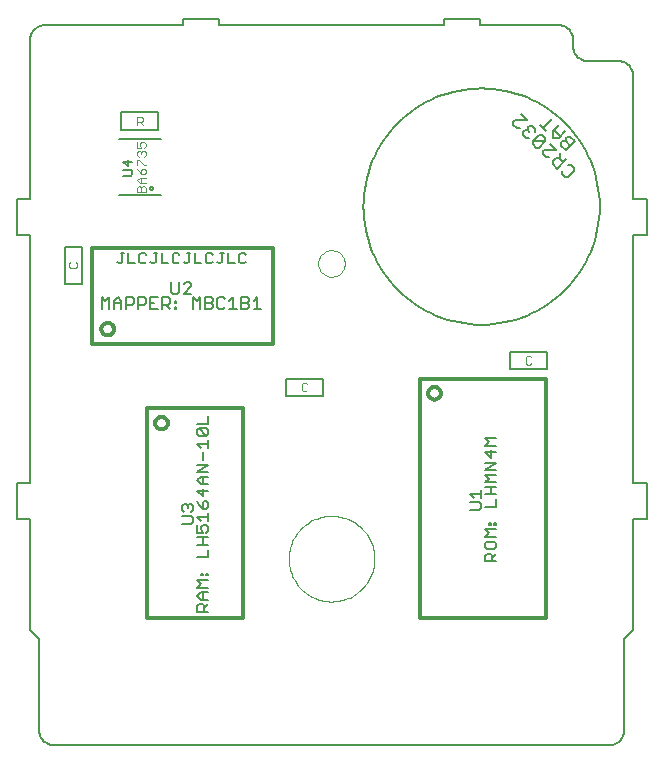
<source format=gto>
G75*
G70*
%OFA0B0*%
%FSLAX24Y24*%
%IPPOS*%
%LPD*%
%AMOC8*
5,1,8,0,0,1.08239X$1,22.5*
%
%ADD10C,0.0070*%
%ADD11C,0.0050*%
%ADD12C,0.0040*%
%ADD13C,0.0060*%
%ADD14C,0.0000*%
%ADD15C,0.0120*%
%ADD16C,0.0080*%
D10*
X017767Y020520D02*
X017869Y020520D01*
X017767Y020520D02*
X017666Y020621D01*
X017666Y020722D01*
X017717Y020773D01*
X018122Y020773D01*
X017919Y020976D01*
X017746Y021048D02*
X017746Y021149D01*
X017645Y021251D01*
X017543Y021251D01*
X017340Y021048D01*
X017746Y021048D01*
X017543Y020845D01*
X017442Y020845D01*
X017340Y020947D01*
X017340Y021048D01*
X017218Y021171D02*
X017116Y021171D01*
X017015Y021272D01*
X017015Y021374D01*
X017066Y021424D01*
X017167Y021424D01*
X017167Y021526D01*
X017218Y021576D01*
X017319Y021576D01*
X017421Y021475D01*
X017421Y021374D01*
X017218Y021374D02*
X017167Y021424D01*
X016892Y021496D02*
X016791Y021496D01*
X016689Y021598D01*
X016689Y021699D01*
X016740Y021750D01*
X017146Y021750D01*
X016943Y021953D01*
X017570Y021604D02*
X017773Y021401D01*
X017672Y021502D02*
X017976Y021806D01*
X018200Y021582D02*
X017997Y021380D01*
X017997Y021177D01*
X018200Y021177D01*
X018403Y021380D01*
X018475Y021206D02*
X018577Y021206D01*
X018729Y021054D01*
X018424Y020750D01*
X018272Y020902D01*
X018272Y021003D01*
X018323Y021054D01*
X018424Y021054D01*
X018577Y020902D01*
X018424Y021054D02*
X018424Y021155D01*
X018475Y021206D01*
X018251Y021227D02*
X018048Y021430D01*
X018245Y020651D02*
X018245Y020448D01*
X018194Y020498D02*
X018346Y020346D01*
X018448Y020448D02*
X018144Y020143D01*
X017991Y020295D01*
X017991Y020397D01*
X018093Y020498D01*
X018194Y020498D01*
X018520Y020274D02*
X018621Y020274D01*
X018723Y020173D01*
X018723Y020071D01*
X018520Y019868D01*
X018418Y019868D01*
X018317Y019970D01*
X018317Y020071D01*
D11*
X000875Y004477D02*
X000875Y001427D01*
X000877Y001383D01*
X000883Y001340D01*
X000892Y001298D01*
X000905Y001256D01*
X000922Y001216D01*
X000942Y001177D01*
X000965Y001140D01*
X000992Y001106D01*
X001021Y001073D01*
X001054Y001044D01*
X001088Y001017D01*
X001125Y000994D01*
X001164Y000974D01*
X001204Y000957D01*
X001246Y000944D01*
X001288Y000935D01*
X001331Y000929D01*
X001375Y000927D01*
X019875Y000927D01*
X019919Y000929D01*
X019962Y000935D01*
X020004Y000944D01*
X020046Y000957D01*
X020086Y000974D01*
X020125Y000994D01*
X020162Y001017D01*
X020196Y001044D01*
X020229Y001073D01*
X020258Y001106D01*
X020285Y001140D01*
X020308Y001177D01*
X020328Y001216D01*
X020345Y001256D01*
X020358Y001298D01*
X020367Y001340D01*
X020373Y001383D01*
X020375Y001427D01*
X020375Y004477D01*
X020675Y004777D01*
X020675Y008477D01*
X021125Y008477D01*
X021125Y009677D01*
X020675Y009677D01*
X020675Y017927D01*
X021125Y017927D01*
X021125Y019127D01*
X020675Y019127D01*
X020675Y023227D01*
X020673Y023271D01*
X020667Y023314D01*
X020658Y023356D01*
X020645Y023398D01*
X020628Y023438D01*
X020608Y023477D01*
X020585Y023514D01*
X020558Y023548D01*
X020529Y023581D01*
X020496Y023610D01*
X020462Y023637D01*
X020425Y023660D01*
X020386Y023680D01*
X020346Y023697D01*
X020304Y023710D01*
X020262Y023719D01*
X020219Y023725D01*
X020175Y023727D01*
X019175Y023727D01*
X019131Y023729D01*
X019088Y023735D01*
X019046Y023744D01*
X019004Y023757D01*
X018964Y023774D01*
X018925Y023794D01*
X018888Y023817D01*
X018854Y023844D01*
X018821Y023873D01*
X018792Y023906D01*
X018765Y023940D01*
X018742Y023977D01*
X018722Y024016D01*
X018705Y024056D01*
X018692Y024098D01*
X018683Y024140D01*
X018677Y024183D01*
X018675Y024227D01*
X018675Y024427D01*
X018673Y024471D01*
X018667Y024514D01*
X018658Y024556D01*
X018645Y024598D01*
X018628Y024638D01*
X018608Y024677D01*
X018585Y024714D01*
X018558Y024748D01*
X018529Y024781D01*
X018496Y024810D01*
X018462Y024837D01*
X018425Y024860D01*
X018386Y024880D01*
X018346Y024897D01*
X018304Y024910D01*
X018262Y024919D01*
X018219Y024925D01*
X018175Y024927D01*
X015575Y024927D01*
X015575Y025127D01*
X014375Y025127D01*
X014375Y024927D01*
X006875Y024927D01*
X006875Y025127D01*
X005675Y025127D01*
X005675Y024927D01*
X001075Y024927D01*
X001031Y024925D01*
X000988Y024919D01*
X000946Y024910D01*
X000904Y024897D01*
X000864Y024880D01*
X000825Y024860D01*
X000788Y024837D01*
X000754Y024810D01*
X000721Y024781D01*
X000692Y024748D01*
X000665Y024714D01*
X000642Y024677D01*
X000622Y024638D01*
X000605Y024598D01*
X000592Y024556D01*
X000583Y024514D01*
X000577Y024471D01*
X000575Y024427D01*
X000575Y019127D01*
X000125Y019127D01*
X000125Y017927D01*
X000575Y017927D01*
X000575Y009677D01*
X000125Y009677D01*
X000125Y008477D01*
X000575Y008477D01*
X000575Y004777D01*
X000875Y004477D01*
X003690Y019909D02*
X003932Y019909D01*
X003980Y019958D01*
X003980Y020054D01*
X003932Y020103D01*
X003690Y020103D01*
X003835Y020222D02*
X003690Y020368D01*
X003980Y020368D01*
X003835Y020416D02*
X003835Y020222D01*
X011688Y018877D02*
X011693Y019070D01*
X011707Y019263D01*
X011731Y019455D01*
X011764Y019645D01*
X011806Y019834D01*
X011858Y020020D01*
X011918Y020203D01*
X011988Y020384D01*
X012066Y020560D01*
X012153Y020733D01*
X012248Y020901D01*
X012352Y021064D01*
X012463Y021222D01*
X012582Y021375D01*
X012708Y021521D01*
X012841Y021661D01*
X012981Y021794D01*
X013127Y021920D01*
X013280Y022039D01*
X013438Y022150D01*
X013601Y022254D01*
X013769Y022349D01*
X013942Y022436D01*
X014118Y022514D01*
X014299Y022584D01*
X014482Y022644D01*
X014668Y022696D01*
X014857Y022738D01*
X015047Y022771D01*
X015239Y022795D01*
X015432Y022809D01*
X015625Y022814D01*
X015818Y022809D01*
X016011Y022795D01*
X016203Y022771D01*
X016393Y022738D01*
X016582Y022696D01*
X016768Y022644D01*
X016951Y022584D01*
X017132Y022514D01*
X017308Y022436D01*
X017481Y022349D01*
X017649Y022254D01*
X017812Y022150D01*
X017970Y022039D01*
X018123Y021920D01*
X018269Y021794D01*
X018409Y021661D01*
X018542Y021521D01*
X018668Y021375D01*
X018787Y021222D01*
X018898Y021064D01*
X019002Y020901D01*
X019097Y020733D01*
X019184Y020560D01*
X019262Y020384D01*
X019332Y020203D01*
X019392Y020020D01*
X019444Y019834D01*
X019486Y019645D01*
X019519Y019455D01*
X019543Y019263D01*
X019557Y019070D01*
X019562Y018877D01*
X019557Y018684D01*
X019543Y018491D01*
X019519Y018299D01*
X019486Y018109D01*
X019444Y017920D01*
X019392Y017734D01*
X019332Y017551D01*
X019262Y017370D01*
X019184Y017194D01*
X019097Y017021D01*
X019002Y016853D01*
X018898Y016690D01*
X018787Y016532D01*
X018668Y016379D01*
X018542Y016233D01*
X018409Y016093D01*
X018269Y015960D01*
X018123Y015834D01*
X017970Y015715D01*
X017812Y015604D01*
X017649Y015500D01*
X017481Y015405D01*
X017308Y015318D01*
X017132Y015240D01*
X016951Y015170D01*
X016768Y015110D01*
X016582Y015058D01*
X016393Y015016D01*
X016203Y014983D01*
X016011Y014959D01*
X015818Y014945D01*
X015625Y014940D01*
X015432Y014945D01*
X015239Y014959D01*
X015047Y014983D01*
X014857Y015016D01*
X014668Y015058D01*
X014482Y015110D01*
X014299Y015170D01*
X014118Y015240D01*
X013942Y015318D01*
X013769Y015405D01*
X013601Y015500D01*
X013438Y015604D01*
X013280Y015715D01*
X013127Y015834D01*
X012981Y015960D01*
X012841Y016093D01*
X012708Y016233D01*
X012582Y016379D01*
X012463Y016532D01*
X012352Y016690D01*
X012248Y016853D01*
X012153Y017021D01*
X012066Y017194D01*
X011988Y017370D01*
X011918Y017551D01*
X011858Y017734D01*
X011806Y017920D01*
X011764Y018109D01*
X011731Y018299D01*
X011707Y018491D01*
X011693Y018684D01*
X011688Y018877D01*
D12*
X009768Y012998D02*
X009674Y012998D01*
X009628Y012951D01*
X009628Y012764D01*
X009674Y012717D01*
X009768Y012717D01*
X009815Y012764D01*
X009815Y012951D02*
X009768Y012998D01*
X004425Y019363D02*
X004425Y019504D01*
X004378Y019550D01*
X004332Y019550D01*
X004285Y019504D01*
X004285Y019363D01*
X004425Y019363D02*
X004145Y019363D01*
X004145Y019504D01*
X004191Y019550D01*
X004238Y019550D01*
X004285Y019504D01*
X004285Y019658D02*
X004285Y019845D01*
X004238Y019845D02*
X004425Y019845D01*
X004378Y019953D02*
X004425Y019999D01*
X004425Y020093D01*
X004378Y020140D01*
X004332Y020140D01*
X004285Y020093D01*
X004285Y019953D01*
X004378Y019953D01*
X004285Y019953D02*
X004191Y020046D01*
X004145Y020140D01*
X004145Y020247D02*
X004145Y020434D01*
X004191Y020434D01*
X004378Y020247D01*
X004425Y020247D01*
X004378Y020542D02*
X004425Y020589D01*
X004425Y020682D01*
X004378Y020729D01*
X004332Y020729D01*
X004285Y020682D01*
X004285Y020635D01*
X004285Y020682D02*
X004238Y020729D01*
X004191Y020729D01*
X004145Y020682D01*
X004145Y020589D01*
X004191Y020542D01*
X004145Y020837D02*
X004285Y020837D01*
X004238Y020930D01*
X004238Y020977D01*
X004285Y021024D01*
X004378Y021024D01*
X004425Y020977D01*
X004425Y020883D01*
X004378Y020837D01*
X004145Y020837D02*
X004145Y021024D01*
X004148Y021587D02*
X004148Y021868D01*
X004288Y021868D01*
X004335Y021821D01*
X004335Y021728D01*
X004288Y021681D01*
X004148Y021681D01*
X004241Y021681D02*
X004335Y021587D01*
X004238Y019845D02*
X004145Y019752D01*
X004238Y019658D01*
X004425Y019658D01*
X002108Y017022D02*
X002155Y016975D01*
X002155Y016882D01*
X002108Y016835D01*
X001921Y016835D01*
X001875Y016882D01*
X001875Y016975D01*
X001921Y017022D01*
X017103Y013846D02*
X017103Y013659D01*
X017149Y013612D01*
X017243Y013612D01*
X017290Y013659D01*
X017290Y013846D02*
X017243Y013893D01*
X017149Y013893D01*
X017103Y013846D01*
D13*
X016570Y014039D02*
X016570Y013466D01*
X017811Y013466D01*
X017811Y014039D01*
X016570Y014039D01*
X016115Y011153D02*
X015735Y011153D01*
X015861Y011026D01*
X015735Y010899D01*
X016115Y010899D01*
X016115Y010684D02*
X015735Y010684D01*
X015925Y010494D01*
X015925Y010748D01*
X016115Y010343D02*
X015735Y010343D01*
X015735Y010089D02*
X016115Y010343D01*
X016115Y010089D02*
X015735Y010089D01*
X015735Y009937D02*
X016115Y009937D01*
X016115Y009684D02*
X015735Y009684D01*
X015861Y009811D01*
X015735Y009937D01*
X015735Y009532D02*
X016115Y009532D01*
X015925Y009532D02*
X015925Y009279D01*
X016115Y009279D02*
X015735Y009279D01*
X015615Y009304D02*
X015235Y009304D01*
X015361Y009177D01*
X015235Y009026D02*
X015552Y009026D01*
X015615Y008962D01*
X015615Y008836D01*
X015552Y008772D01*
X015235Y008772D01*
X015615Y009177D02*
X015615Y009431D01*
X016115Y009127D02*
X016115Y008874D01*
X015735Y008874D01*
X015861Y008329D02*
X015925Y008329D01*
X015925Y008266D01*
X015861Y008266D01*
X015861Y008329D01*
X016052Y008329D02*
X016115Y008329D01*
X016115Y008266D01*
X016052Y008266D01*
X016052Y008329D01*
X016115Y008114D02*
X015735Y008114D01*
X015861Y007987D01*
X015735Y007861D01*
X016115Y007861D01*
X016052Y007709D02*
X015798Y007709D01*
X015735Y007646D01*
X015735Y007519D01*
X015798Y007456D01*
X016052Y007456D01*
X016115Y007519D01*
X016115Y007646D01*
X016052Y007709D01*
X016115Y007304D02*
X015988Y007177D01*
X015988Y007241D02*
X015988Y007050D01*
X016115Y007050D02*
X015735Y007050D01*
X015735Y007241D01*
X015798Y007304D01*
X015925Y007304D01*
X015988Y007241D01*
X010336Y012571D02*
X010336Y013144D01*
X009095Y013144D01*
X009095Y012571D01*
X010336Y012571D01*
X008278Y015467D02*
X008025Y015467D01*
X008151Y015467D02*
X008151Y015848D01*
X008025Y015721D01*
X007873Y015721D02*
X007873Y015784D01*
X007810Y015848D01*
X007619Y015848D01*
X007619Y015467D01*
X007810Y015467D01*
X007873Y015531D01*
X007873Y015594D01*
X007810Y015658D01*
X007619Y015658D01*
X007810Y015658D02*
X007873Y015721D01*
X007468Y015467D02*
X007214Y015467D01*
X007341Y015467D02*
X007341Y015848D01*
X007214Y015721D01*
X007063Y015784D02*
X006999Y015848D01*
X006873Y015848D01*
X006809Y015784D01*
X006809Y015531D01*
X006873Y015467D01*
X006999Y015467D01*
X007063Y015531D01*
X006658Y015531D02*
X006594Y015467D01*
X006404Y015467D01*
X006404Y015848D01*
X006594Y015848D01*
X006658Y015784D01*
X006658Y015721D01*
X006594Y015658D01*
X006404Y015658D01*
X006594Y015658D02*
X006658Y015594D01*
X006658Y015531D01*
X006252Y015467D02*
X006252Y015848D01*
X006126Y015721D01*
X005999Y015848D01*
X005999Y015467D01*
X005949Y015967D02*
X005695Y015967D01*
X005949Y016221D01*
X005949Y016284D01*
X005885Y016348D01*
X005758Y016348D01*
X005695Y016284D01*
X005543Y016348D02*
X005543Y016031D01*
X005480Y015967D01*
X005353Y015967D01*
X005290Y016031D01*
X005290Y016348D01*
X005176Y015848D02*
X004986Y015848D01*
X004986Y015467D01*
X004986Y015594D02*
X005176Y015594D01*
X005240Y015658D01*
X005240Y015784D01*
X005176Y015848D01*
X005391Y015721D02*
X005391Y015658D01*
X005455Y015658D01*
X005455Y015721D01*
X005391Y015721D01*
X005391Y015531D02*
X005391Y015467D01*
X005455Y015467D01*
X005455Y015531D01*
X005391Y015531D01*
X005240Y015467D02*
X005113Y015594D01*
X004834Y015467D02*
X004581Y015467D01*
X004581Y015848D01*
X004834Y015848D01*
X004708Y015658D02*
X004581Y015658D01*
X004429Y015658D02*
X004366Y015594D01*
X004176Y015594D01*
X004176Y015467D02*
X004176Y015848D01*
X004366Y015848D01*
X004429Y015784D01*
X004429Y015658D01*
X004024Y015658D02*
X003961Y015594D01*
X003771Y015594D01*
X003771Y015467D02*
X003771Y015848D01*
X003961Y015848D01*
X004024Y015784D01*
X004024Y015658D01*
X003619Y015658D02*
X003365Y015658D01*
X003365Y015721D02*
X003492Y015848D01*
X003619Y015721D01*
X003619Y015467D01*
X003365Y015467D02*
X003365Y015721D01*
X003214Y015848D02*
X003214Y015467D01*
X002960Y015467D02*
X002960Y015848D01*
X003087Y015721D01*
X003214Y015848D01*
X002302Y016301D02*
X002302Y017542D01*
X001729Y017542D01*
X001729Y016301D01*
X002302Y016301D01*
X003485Y017041D02*
X003542Y016985D01*
X003599Y016985D01*
X003655Y017041D01*
X003655Y017325D01*
X003599Y017325D02*
X003712Y017325D01*
X003853Y017325D02*
X003853Y016985D01*
X004080Y016985D01*
X004222Y017041D02*
X004278Y016985D01*
X004392Y016985D01*
X004449Y017041D01*
X004590Y017041D02*
X004647Y016985D01*
X004703Y016985D01*
X004760Y017041D01*
X004760Y017325D01*
X004703Y017325D02*
X004817Y017325D01*
X004958Y017325D02*
X004958Y016985D01*
X005185Y016985D01*
X005327Y017041D02*
X005383Y016985D01*
X005497Y016985D01*
X005554Y017041D01*
X005695Y017041D02*
X005752Y016985D01*
X005808Y016985D01*
X005865Y017041D01*
X005865Y017325D01*
X005808Y017325D02*
X005922Y017325D01*
X006063Y017325D02*
X006063Y016985D01*
X006290Y016985D01*
X006432Y017041D02*
X006488Y016985D01*
X006602Y016985D01*
X006658Y017041D01*
X006800Y017041D02*
X006857Y016985D01*
X006913Y016985D01*
X006970Y017041D01*
X006970Y017325D01*
X006913Y017325D02*
X007027Y017325D01*
X007168Y017325D02*
X007168Y016985D01*
X007395Y016985D01*
X007537Y017041D02*
X007593Y016985D01*
X007707Y016985D01*
X007763Y017041D01*
X007537Y017041D02*
X007537Y017268D01*
X007593Y017325D01*
X007707Y017325D01*
X007763Y017268D01*
X006658Y017268D02*
X006602Y017325D01*
X006488Y017325D01*
X006432Y017268D01*
X006432Y017041D01*
X005554Y017268D02*
X005497Y017325D01*
X005383Y017325D01*
X005327Y017268D01*
X005327Y017041D01*
X004449Y017268D02*
X004392Y017325D01*
X004278Y017325D01*
X004222Y017268D01*
X004222Y017041D01*
X003525Y019267D02*
X004945Y019267D01*
X004945Y021127D02*
X003525Y021127D01*
X003613Y021440D02*
X003613Y022015D01*
X004856Y022015D01*
X004856Y021440D01*
X003613Y021440D01*
X006515Y011898D02*
X006515Y011645D01*
X006135Y011645D01*
X006198Y011493D02*
X006135Y011430D01*
X006135Y011303D01*
X006198Y011240D01*
X006452Y011240D01*
X006198Y011493D01*
X006452Y011493D01*
X006515Y011430D01*
X006515Y011303D01*
X006452Y011240D01*
X006515Y011088D02*
X006515Y010834D01*
X006515Y010961D02*
X006135Y010961D01*
X006261Y010834D01*
X006325Y010683D02*
X006325Y010429D01*
X006515Y010278D02*
X006135Y010278D01*
X006135Y010024D02*
X006515Y010278D01*
X006515Y010024D02*
X006135Y010024D01*
X006261Y009873D02*
X006135Y009746D01*
X006261Y009619D01*
X006515Y009619D01*
X006325Y009619D02*
X006325Y009873D01*
X006261Y009873D02*
X006515Y009873D01*
X006325Y009467D02*
X006325Y009214D01*
X006135Y009404D01*
X006515Y009404D01*
X006452Y009062D02*
X006388Y009062D01*
X006325Y008999D01*
X006325Y008809D01*
X006452Y008809D01*
X006515Y008872D01*
X006515Y008999D01*
X006452Y009062D01*
X006198Y008935D02*
X006325Y008809D01*
X006198Y008935D02*
X006135Y009062D01*
X006015Y008898D02*
X006015Y008771D01*
X005952Y008707D01*
X005952Y008556D02*
X005635Y008556D01*
X005698Y008707D02*
X005635Y008771D01*
X005635Y008898D01*
X005698Y008961D01*
X005761Y008961D01*
X005825Y008898D01*
X005888Y008961D01*
X005952Y008961D01*
X006015Y008898D01*
X005825Y008898D02*
X005825Y008834D01*
X005952Y008556D02*
X006015Y008492D01*
X006015Y008366D01*
X005952Y008302D01*
X005635Y008302D01*
X006135Y008252D02*
X006135Y007998D01*
X006325Y007998D01*
X006261Y008125D01*
X006261Y008189D01*
X006325Y008252D01*
X006452Y008252D01*
X006515Y008189D01*
X006515Y008062D01*
X006452Y007998D01*
X006515Y007847D02*
X006135Y007847D01*
X006325Y007847D02*
X006325Y007593D01*
X006515Y007593D02*
X006135Y007593D01*
X006135Y007188D02*
X006515Y007188D01*
X006515Y007442D01*
X006515Y006644D02*
X006515Y006580D01*
X006452Y006580D01*
X006452Y006644D01*
X006515Y006644D01*
X006325Y006644D02*
X006325Y006580D01*
X006261Y006580D01*
X006261Y006644D01*
X006325Y006644D01*
X006135Y006429D02*
X006515Y006429D01*
X006515Y006175D02*
X006135Y006175D01*
X006261Y006302D01*
X006135Y006429D01*
X006261Y006024D02*
X006135Y005897D01*
X006261Y005770D01*
X006515Y005770D01*
X006515Y005618D02*
X006388Y005492D01*
X006388Y005555D02*
X006388Y005365D01*
X006515Y005365D02*
X006135Y005365D01*
X006135Y005555D01*
X006198Y005618D01*
X006325Y005618D01*
X006388Y005555D01*
X006325Y005770D02*
X006325Y006024D01*
X006261Y006024D02*
X006515Y006024D01*
X006515Y008404D02*
X006515Y008657D01*
X006515Y008530D02*
X006135Y008530D01*
X006261Y008404D01*
D14*
X009198Y007138D02*
X009200Y007213D01*
X009206Y007288D01*
X009216Y007363D01*
X009230Y007437D01*
X009247Y007510D01*
X009269Y007583D01*
X009294Y007653D01*
X009323Y007723D01*
X009356Y007791D01*
X009392Y007857D01*
X009432Y007921D01*
X009475Y007983D01*
X009521Y008042D01*
X009570Y008099D01*
X009623Y008154D01*
X009678Y008205D01*
X009735Y008254D01*
X009795Y008299D01*
X009858Y008341D01*
X009922Y008380D01*
X009989Y008415D01*
X010057Y008447D01*
X010127Y008475D01*
X010198Y008500D01*
X010271Y008520D01*
X010344Y008537D01*
X010419Y008550D01*
X010493Y008559D01*
X010569Y008564D01*
X010644Y008565D01*
X010719Y008562D01*
X010794Y008555D01*
X010869Y008544D01*
X010943Y008529D01*
X011016Y008511D01*
X011087Y008488D01*
X011158Y008462D01*
X011227Y008432D01*
X011295Y008398D01*
X011360Y008361D01*
X011424Y008321D01*
X011485Y008277D01*
X011544Y008230D01*
X011600Y008180D01*
X011654Y008127D01*
X011705Y008071D01*
X011752Y008013D01*
X011797Y007952D01*
X011838Y007889D01*
X011876Y007824D01*
X011911Y007757D01*
X011942Y007688D01*
X011969Y007618D01*
X011992Y007547D01*
X012012Y007474D01*
X012028Y007400D01*
X012040Y007326D01*
X012048Y007251D01*
X012052Y007176D01*
X012052Y007100D01*
X012048Y007025D01*
X012040Y006950D01*
X012028Y006876D01*
X012012Y006802D01*
X011992Y006729D01*
X011969Y006658D01*
X011942Y006588D01*
X011911Y006519D01*
X011876Y006452D01*
X011838Y006387D01*
X011797Y006324D01*
X011752Y006263D01*
X011705Y006205D01*
X011654Y006149D01*
X011600Y006096D01*
X011544Y006046D01*
X011485Y005999D01*
X011424Y005955D01*
X011360Y005915D01*
X011295Y005878D01*
X011227Y005844D01*
X011158Y005814D01*
X011087Y005788D01*
X011016Y005765D01*
X010943Y005747D01*
X010869Y005732D01*
X010794Y005721D01*
X010719Y005714D01*
X010644Y005711D01*
X010569Y005712D01*
X010493Y005717D01*
X010419Y005726D01*
X010344Y005739D01*
X010271Y005756D01*
X010198Y005776D01*
X010127Y005801D01*
X010057Y005829D01*
X009989Y005861D01*
X009922Y005896D01*
X009858Y005935D01*
X009795Y005977D01*
X009735Y006022D01*
X009678Y006071D01*
X009623Y006122D01*
X009570Y006177D01*
X009521Y006234D01*
X009475Y006293D01*
X009432Y006355D01*
X009392Y006419D01*
X009356Y006485D01*
X009323Y006553D01*
X009294Y006623D01*
X009269Y006693D01*
X009247Y006766D01*
X009230Y006839D01*
X009216Y006913D01*
X009206Y006988D01*
X009200Y007063D01*
X009198Y007138D01*
X010182Y016979D02*
X010184Y017020D01*
X010190Y017062D01*
X010199Y017102D01*
X010213Y017141D01*
X010230Y017179D01*
X010250Y017215D01*
X010274Y017249D01*
X010301Y017281D01*
X010331Y017310D01*
X010363Y017336D01*
X010398Y017359D01*
X010434Y017379D01*
X010472Y017395D01*
X010512Y017407D01*
X010553Y017416D01*
X010594Y017421D01*
X010635Y017422D01*
X010677Y017419D01*
X010718Y017412D01*
X010758Y017402D01*
X010797Y017387D01*
X010834Y017369D01*
X010870Y017348D01*
X010904Y017323D01*
X010935Y017296D01*
X010963Y017266D01*
X010988Y017233D01*
X011010Y017197D01*
X011029Y017160D01*
X011044Y017122D01*
X011056Y017082D01*
X011064Y017041D01*
X011068Y017000D01*
X011068Y016958D01*
X011064Y016917D01*
X011056Y016876D01*
X011044Y016836D01*
X011029Y016798D01*
X011010Y016761D01*
X010988Y016725D01*
X010963Y016692D01*
X010935Y016662D01*
X010904Y016635D01*
X010870Y016610D01*
X010834Y016589D01*
X010797Y016571D01*
X010758Y016556D01*
X010718Y016546D01*
X010677Y016539D01*
X010635Y016536D01*
X010594Y016537D01*
X010553Y016542D01*
X010512Y016551D01*
X010472Y016563D01*
X010434Y016579D01*
X010398Y016599D01*
X010363Y016622D01*
X010331Y016648D01*
X010301Y016677D01*
X010274Y016709D01*
X010250Y016743D01*
X010230Y016779D01*
X010213Y016817D01*
X010199Y016856D01*
X010190Y016896D01*
X010184Y016938D01*
X010182Y016979D01*
D15*
X008685Y017512D02*
X002645Y017512D01*
X002645Y014302D01*
X008685Y014302D01*
X008685Y017512D01*
X007680Y012177D02*
X004470Y012177D01*
X004470Y005177D01*
X007680Y005177D01*
X007680Y012177D01*
X004748Y011659D02*
X004750Y011688D01*
X004756Y011716D01*
X004765Y011743D01*
X004779Y011768D01*
X004795Y011792D01*
X004815Y011812D01*
X004837Y011831D01*
X004861Y011845D01*
X004888Y011857D01*
X004915Y011865D01*
X004944Y011869D01*
X004972Y011869D01*
X005001Y011865D01*
X005028Y011857D01*
X005055Y011845D01*
X005079Y011831D01*
X005101Y011812D01*
X005121Y011792D01*
X005137Y011768D01*
X005151Y011743D01*
X005160Y011716D01*
X005166Y011688D01*
X005168Y011659D01*
X005166Y011630D01*
X005160Y011602D01*
X005151Y011575D01*
X005137Y011550D01*
X005121Y011526D01*
X005101Y011506D01*
X005079Y011487D01*
X005055Y011473D01*
X005028Y011461D01*
X005001Y011453D01*
X004972Y011449D01*
X004944Y011449D01*
X004915Y011453D01*
X004888Y011461D01*
X004861Y011473D01*
X004837Y011487D01*
X004815Y011506D01*
X004795Y011526D01*
X004779Y011550D01*
X004765Y011575D01*
X004756Y011602D01*
X004750Y011630D01*
X004748Y011659D01*
X002953Y014791D02*
X002955Y014820D01*
X002961Y014848D01*
X002970Y014875D01*
X002984Y014900D01*
X003000Y014924D01*
X003020Y014944D01*
X003042Y014963D01*
X003066Y014977D01*
X003093Y014989D01*
X003120Y014997D01*
X003149Y015001D01*
X003177Y015001D01*
X003206Y014997D01*
X003233Y014989D01*
X003260Y014977D01*
X003284Y014963D01*
X003306Y014944D01*
X003326Y014924D01*
X003342Y014900D01*
X003356Y014875D01*
X003365Y014848D01*
X003371Y014820D01*
X003373Y014791D01*
X003371Y014762D01*
X003365Y014734D01*
X003356Y014707D01*
X003342Y014682D01*
X003326Y014658D01*
X003306Y014638D01*
X003284Y014619D01*
X003260Y014605D01*
X003233Y014593D01*
X003206Y014585D01*
X003177Y014581D01*
X003149Y014581D01*
X003120Y014585D01*
X003093Y014593D01*
X003066Y014605D01*
X003042Y014619D01*
X003020Y014638D01*
X003000Y014658D01*
X002984Y014682D01*
X002970Y014707D01*
X002961Y014734D01*
X002955Y014762D01*
X002953Y014791D01*
X013570Y013122D02*
X013570Y005172D01*
X017780Y005172D01*
X017780Y013122D01*
X013570Y013122D01*
X013848Y012654D02*
X013850Y012683D01*
X013856Y012711D01*
X013865Y012738D01*
X013879Y012763D01*
X013895Y012787D01*
X013915Y012807D01*
X013937Y012826D01*
X013961Y012840D01*
X013988Y012852D01*
X014015Y012860D01*
X014044Y012864D01*
X014072Y012864D01*
X014101Y012860D01*
X014128Y012852D01*
X014155Y012840D01*
X014179Y012826D01*
X014201Y012807D01*
X014221Y012787D01*
X014237Y012763D01*
X014251Y012738D01*
X014260Y012711D01*
X014266Y012683D01*
X014268Y012654D01*
X014266Y012625D01*
X014260Y012597D01*
X014251Y012570D01*
X014237Y012545D01*
X014221Y012521D01*
X014201Y012501D01*
X014179Y012482D01*
X014155Y012468D01*
X014128Y012456D01*
X014101Y012448D01*
X014072Y012444D01*
X014044Y012444D01*
X014015Y012448D01*
X013988Y012456D01*
X013961Y012468D01*
X013937Y012482D01*
X013915Y012501D01*
X013895Y012521D01*
X013879Y012545D01*
X013865Y012570D01*
X013856Y012597D01*
X013850Y012625D01*
X013848Y012654D01*
D16*
X004568Y019487D02*
X004570Y019502D01*
X004576Y019515D01*
X004585Y019527D01*
X004596Y019536D01*
X004610Y019542D01*
X004625Y019544D01*
X004640Y019542D01*
X004653Y019536D01*
X004665Y019527D01*
X004674Y019516D01*
X004680Y019502D01*
X004682Y019487D01*
X004680Y019472D01*
X004674Y019459D01*
X004665Y019447D01*
X004654Y019438D01*
X004640Y019432D01*
X004625Y019430D01*
X004610Y019432D01*
X004597Y019438D01*
X004585Y019447D01*
X004576Y019458D01*
X004570Y019472D01*
X004568Y019487D01*
M02*

</source>
